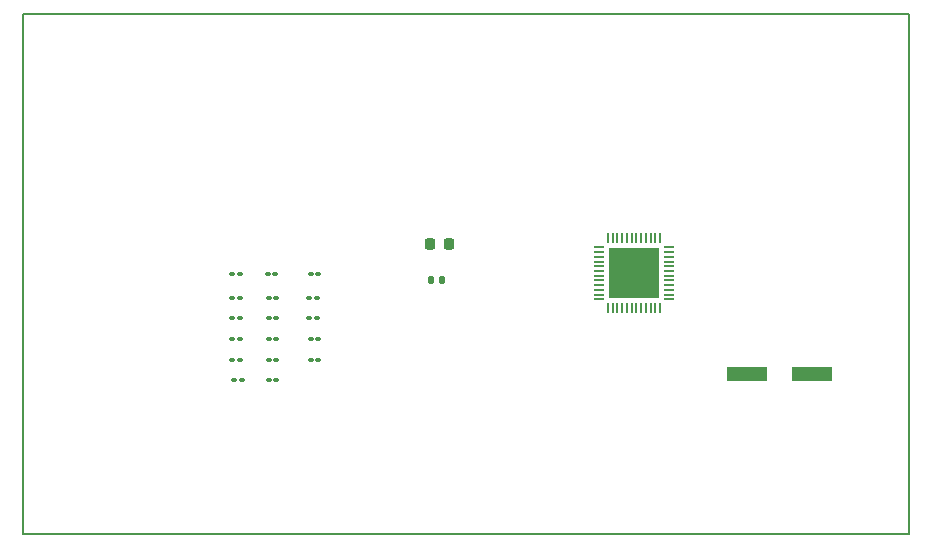
<source format=gbr>
%TF.GenerationSoftware,KiCad,Pcbnew,9.0.0*%
%TF.CreationDate,2025-04-15T21:18:47-03:00*%
%TF.ProjectId,Circuitos-atvd,43697263-7569-4746-9f73-2d617476642e,rev?*%
%TF.SameCoordinates,Original*%
%TF.FileFunction,Copper,L1,Top*%
%TF.FilePolarity,Positive*%
%FSLAX46Y46*%
G04 Gerber Fmt 4.6, Leading zero omitted, Abs format (unit mm)*
G04 Created by KiCad (PCBNEW 9.0.0) date 2025-04-15 21:18:47*
%MOMM*%
%LPD*%
G01*
G04 APERTURE LIST*
G04 Aperture macros list*
%AMRoundRect*
0 Rectangle with rounded corners*
0 $1 Rounding radius*
0 $2 $3 $4 $5 $6 $7 $8 $9 X,Y pos of 4 corners*
0 Add a 4 corners polygon primitive as box body*
4,1,4,$2,$3,$4,$5,$6,$7,$8,$9,$2,$3,0*
0 Add four circle primitives for the rounded corners*
1,1,$1+$1,$2,$3*
1,1,$1+$1,$4,$5*
1,1,$1+$1,$6,$7*
1,1,$1+$1,$8,$9*
0 Add four rect primitives between the rounded corners*
20,1,$1+$1,$2,$3,$4,$5,0*
20,1,$1+$1,$4,$5,$6,$7,0*
20,1,$1+$1,$6,$7,$8,$9,0*
20,1,$1+$1,$8,$9,$2,$3,0*%
G04 Aperture macros list end*
%TA.AperFunction,Conductor*%
%ADD10C,0.200000*%
%TD*%
%TA.AperFunction,SMDPad,CuDef*%
%ADD11RoundRect,0.100000X-0.130000X-0.100000X0.130000X-0.100000X0.130000X0.100000X-0.130000X0.100000X0*%
%TD*%
%TA.AperFunction,SMDPad,CuDef*%
%ADD12R,3.500000X1.200000*%
%TD*%
%TA.AperFunction,SMDPad,CuDef*%
%ADD13RoundRect,0.218750X-0.218750X-0.256250X0.218750X-0.256250X0.218750X0.256250X-0.218750X0.256250X0*%
%TD*%
%TA.AperFunction,SMDPad,CuDef*%
%ADD14RoundRect,0.140000X-0.140000X-0.170000X0.140000X-0.170000X0.140000X0.170000X-0.140000X0.170000X0*%
%TD*%
%TA.AperFunction,SMDPad,CuDef*%
%ADD15RoundRect,0.050000X-0.375000X-0.050000X0.375000X-0.050000X0.375000X0.050000X-0.375000X0.050000X0*%
%TD*%
%TA.AperFunction,SMDPad,CuDef*%
%ADD16RoundRect,0.050000X-0.050000X-0.375000X0.050000X-0.375000X0.050000X0.375000X-0.050000X0.375000X0*%
%TD*%
%TA.AperFunction,HeatsinkPad*%
%ADD17C,0.500000*%
%TD*%
%TA.AperFunction,HeatsinkPad*%
%ADD18R,4.200000X4.200000*%
%TD*%
G04 APERTURE END LIST*
%TO.N,unconnected-(X2-XC2-Pad2)*%
D10*
X99000000Y-83500000D02*
X174000000Y-83500000D01*
X174000000Y-127500000D01*
X99000000Y-127500000D01*
X99000000Y-83500000D01*
%TD*%
D11*
%TO.P,L3,1,1*%
%TO.N,Net-(C6-Pad1)*%
X123180000Y-109270000D03*
%TO.P,L3,2,2*%
%TO.N,Net-(C9-Pad1)*%
X123820000Y-109270000D03*
%TD*%
%TO.P,C5,1*%
%TO.N,/DECA*%
X116680000Y-111000000D03*
%TO.P,C5,2*%
%TO.N,GND*%
X117320000Y-111000000D03*
%TD*%
D12*
%TO.P,X2,1,XC1*%
%TO.N,Net-(U1-XC1)*%
X160250000Y-114000000D03*
%TO.P,X2,2,XC2*%
%TO.N,unconnected-(U1-XC2-Pad35)*%
X165750000Y-114000000D03*
%TD*%
D11*
%TO.P,C10,1*%
%TO.N,VDD_nRF*%
X119785000Y-109270000D03*
%TO.P,C10,2*%
%TO.N,GND*%
X120425000Y-109270000D03*
%TD*%
%TO.P,FB1,1*%
%TO.N,Net-(U1-DECD)*%
X123335000Y-105500000D03*
%TO.P,FB1,2*%
%TO.N,/DECA*%
X123975000Y-105500000D03*
%TD*%
%TO.P,C1,1*%
%TO.N,Net-(U1-DECD)*%
X116680000Y-105500000D03*
%TO.P,C1,2*%
%TO.N,GND*%
X117320000Y-105500000D03*
%TD*%
D13*
%TO.P,L1,1,1*%
%TO.N,Net-(U1-DECD)*%
X133425000Y-103000000D03*
%TO.P,L1,2,2*%
%TO.N,Net-(U1-DCC)*%
X135000000Y-103000000D03*
%TD*%
D11*
%TO.P,C12,1*%
%TO.N,/DECA*%
X119785000Y-112770000D03*
%TO.P,C12,2*%
%TO.N,GND*%
X120425000Y-112770000D03*
%TD*%
%TO.P,C13,1*%
%TO.N,Net-(U1-~{RESET})*%
X119785000Y-114520000D03*
%TO.P,C13,2*%
%TO.N,GND*%
X120425000Y-114520000D03*
%TD*%
%TO.P,C9,1*%
%TO.N,Net-(C9-Pad1)*%
X119785000Y-107520000D03*
%TO.P,C9,2*%
%TO.N,GND*%
X120425000Y-107520000D03*
%TD*%
%TO.P,L4,1,1*%
%TO.N,Net-(C9-Pad1)*%
X123335000Y-111020000D03*
%TO.P,L4,2,2*%
%TO.N,/RF*%
X123975000Y-111020000D03*
%TD*%
%TO.P,R1,1*%
%TO.N,Net-(U1-~{RESET})*%
X123335000Y-112770000D03*
%TO.P,R1,2*%
%TO.N,/NRESET*%
X123975000Y-112770000D03*
%TD*%
%TO.P,C11,1*%
%TO.N,/RF*%
X119785000Y-111020000D03*
%TO.P,C11,2*%
%TO.N,GND*%
X120425000Y-111020000D03*
%TD*%
D14*
%TO.P,C3,1*%
%TO.N,VDD_nRF*%
X133520000Y-106000000D03*
%TO.P,C3,2*%
%TO.N,GND*%
X134480000Y-106000000D03*
%TD*%
D11*
%TO.P,L2,1,1*%
%TO.N,Net-(U1-ANT)*%
X123180000Y-107500000D03*
%TO.P,L2,2,2*%
%TO.N,Net-(C6-Pad1)*%
X123820000Y-107500000D03*
%TD*%
D15*
%TO.P,U1,1,1*%
%TO.N,unconnected-(U1-Pad1)*%
X147750000Y-103250000D03*
%TO.P,U1,2,2*%
%TO.N,unconnected-(U1-Pad2)*%
X147750000Y-103650000D03*
%TO.P,U1,3,3*%
%TO.N,unconnected-(U1-Pad3)*%
X147750000Y-104050000D03*
%TO.P,U1,4,4*%
%TO.N,unconnected-(U1-Pad4)*%
X147750000Y-104450000D03*
%TO.P,U1,5,5*%
%TO.N,unconnected-(U1-Pad5)*%
X147750000Y-104850000D03*
%TO.P,U1,6,6*%
%TO.N,unconnected-(U1-Pad6)*%
X147750000Y-105250000D03*
%TO.P,U1,7,7*%
%TO.N,unconnected-(U1-Pad7)*%
X147750000Y-105650000D03*
%TO.P,U1,8,8*%
%TO.N,unconnected-(U1-Pad8)*%
X147750000Y-106050000D03*
%TO.P,U1,9,9*%
%TO.N,unconnected-(U1-Pad9)*%
X147750000Y-106450000D03*
%TO.P,U1,10,VDD*%
%TO.N,VDD_nRF*%
X147750000Y-106850000D03*
%TO.P,U1,11,11*%
%TO.N,unconnected-(U1-Pad11)*%
X147750000Y-107250000D03*
%TO.P,U1,12,12*%
%TO.N,unconnected-(U1-Pad12)*%
X147750000Y-107650000D03*
D16*
%TO.P,U1,13,13*%
%TO.N,unconnected-(U1-Pad13)*%
X148500000Y-108400000D03*
%TO.P,U1,14,14*%
%TO.N,unconnected-(U1-Pad14)*%
X148900000Y-108400000D03*
%TO.P,U1,15,15*%
%TO.N,unconnected-(U1-Pad15)*%
X149300000Y-108400000D03*
%TO.P,U1,16,16*%
%TO.N,unconnected-(U1-Pad16)*%
X149700000Y-108400000D03*
%TO.P,U1,17,17*%
%TO.N,unconnected-(U1-Pad17)*%
X150100000Y-108400000D03*
%TO.P,U1,18,18*%
%TO.N,unconnected-(U1-Pad18)*%
X150500000Y-108400000D03*
%TO.P,U1,19,19*%
%TO.N,unconnected-(U1-Pad19)*%
X150900000Y-108400000D03*
%TO.P,U1,20,20*%
%TO.N,unconnected-(U1-Pad20)*%
X151300000Y-108400000D03*
%TO.P,U1,21,21*%
%TO.N,unconnected-(U1-Pad21)*%
X151700000Y-108400000D03*
%TO.P,U1,22,VDD*%
%TO.N,VDD_nRF*%
X152100000Y-108400000D03*
%TO.P,U1,23,23*%
%TO.N,unconnected-(U1-Pad23)*%
X152500000Y-108400000D03*
%TO.P,U1,24,24*%
%TO.N,unconnected-(U1-Pad24)*%
X152900000Y-108400000D03*
D15*
%TO.P,U1,25,SWDIO*%
%TO.N,/SWDIO*%
X153650000Y-107650000D03*
%TO.P,U1,26,SWDCLX*%
%TO.N,/SWDCLK*%
X153650000Y-107250000D03*
%TO.P,U1,27,27*%
%TO.N,unconnected-(U1-Pad27)*%
X153650000Y-106850000D03*
%TO.P,U1,28,28*%
%TO.N,unconnected-(U1-Pad28)*%
X153650000Y-106450000D03*
%TO.P,U1,29,29*%
%TO.N,unconnected-(U1-Pad29)*%
X153650000Y-106050000D03*
%TO.P,U1,30,~{RESET}*%
%TO.N,Net-(U1-~{RESET})*%
X153650000Y-105650000D03*
%TO.P,U1,31,ANT*%
%TO.N,Net-(U1-ANT)*%
X153650000Y-105250000D03*
%TO.P,U1,32,VSS_PA*%
%TO.N,Net-(U1-VSS_PA)*%
X153650000Y-104850000D03*
%TO.P,U1,33,DECRF*%
%TO.N,/DECA*%
X153650000Y-104450000D03*
%TO.P,U1,34,XC1*%
%TO.N,Net-(U1-XC1)*%
X153650000Y-104050000D03*
%TO.P,U1,35,XC2*%
%TO.N,unconnected-(U1-XC2-Pad35)*%
X153650000Y-103650000D03*
%TO.P,U1,36,VDD*%
%TO.N,VDD_nRF*%
X153650000Y-103250000D03*
D16*
%TO.P,U1,37,37*%
%TO.N,unconnected-(U1-Pad37)*%
X152900000Y-102500000D03*
%TO.P,U1,38,38*%
%TO.N,unconnected-(U1-Pad38)*%
X152500000Y-102500000D03*
%TO.P,U1,39,39*%
%TO.N,unconnected-(U1-Pad39)*%
X152100000Y-102500000D03*
%TO.P,U1,40,40*%
%TO.N,unconnected-(U1-Pad40)*%
X151700000Y-102500000D03*
%TO.P,U1,41,41*%
%TO.N,unconnected-(U1-Pad41)*%
X151300000Y-102500000D03*
%TO.P,U1,42,42*%
%TO.N,unconnected-(U1-Pad42)*%
X150900000Y-102500000D03*
%TO.P,U1,43,DECA*%
%TO.N,/DECA*%
X150500000Y-102500000D03*
%TO.P,U1,44,VSS*%
%TO.N,GND*%
X150100000Y-102500000D03*
%TO.P,U1,45,DECD*%
%TO.N,Net-(U1-DECD)*%
X149700000Y-102500000D03*
%TO.P,U1,46,DCC*%
%TO.N,Net-(U1-DCC)*%
X149300000Y-102500000D03*
%TO.P,U1,47,VDD*%
%TO.N,VDD_nRF*%
X148900000Y-102500000D03*
%TO.P,U1,48,VDD*%
X148500000Y-102500000D03*
D17*
%TO.P,U1,49,VSS*%
%TO.N,GND*%
X149125000Y-103875000D03*
X149125000Y-104925000D03*
X149125000Y-105975000D03*
X149125000Y-107025000D03*
X150175000Y-103875000D03*
X150175000Y-104925000D03*
X150175000Y-105975000D03*
X150175000Y-107025000D03*
D18*
X150700000Y-105450000D03*
D17*
X151225000Y-103875000D03*
X151225000Y-104925000D03*
X151225000Y-105975000D03*
X151225000Y-107025000D03*
X152275000Y-103875000D03*
X152275000Y-104925000D03*
X152275000Y-105975000D03*
X152275000Y-107025000D03*
%TD*%
D11*
%TO.P,C8,1*%
%TO.N,VDD_nRF*%
X119680000Y-105500000D03*
%TO.P,C8,2*%
%TO.N,GND*%
X120320000Y-105500000D03*
%TD*%
%TO.P,C4,1*%
%TO.N,VDD_nRF*%
X116680000Y-109270000D03*
%TO.P,C4,2*%
%TO.N,GND*%
X117320000Y-109270000D03*
%TD*%
%TO.P,C2,1*%
%TO.N,/DECA*%
X116680000Y-107500000D03*
%TO.P,C2,2*%
%TO.N,GND*%
X117320000Y-107500000D03*
%TD*%
%TO.P,C6,1*%
%TO.N,Net-(C6-Pad1)*%
X116680000Y-112770000D03*
%TO.P,C6,2*%
%TO.N,Net-(U1-VSS_PA)*%
X117320000Y-112770000D03*
%TD*%
%TO.P,C7,1*%
%TO.N,VDD_nRF*%
X116835000Y-114520000D03*
%TO.P,C7,2*%
%TO.N,GND*%
X117475000Y-114520000D03*
%TD*%
M02*

</source>
